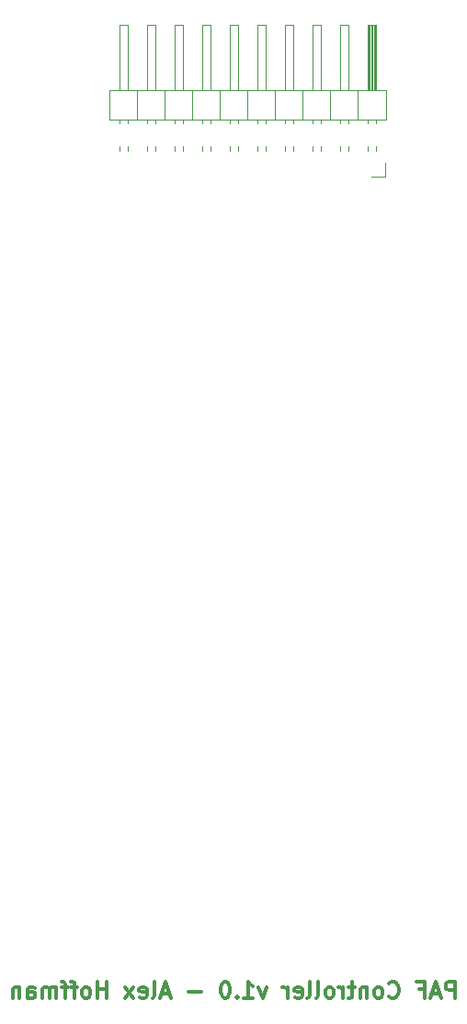
<source format=gbr>
%TF.GenerationSoftware,KiCad,Pcbnew,5.1.6*%
%TF.CreationDate,2020-08-26T17:45:01+02:00*%
%TF.ProjectId,PAF_controller,5041465f-636f-46e7-9472-6f6c6c65722e,rev?*%
%TF.SameCoordinates,Original*%
%TF.FileFunction,Legend,Bot*%
%TF.FilePolarity,Positive*%
%FSLAX46Y46*%
G04 Gerber Fmt 4.6, Leading zero omitted, Abs format (unit mm)*
G04 Created by KiCad (PCBNEW 5.1.6) date 2020-08-26 17:45:01*
%MOMM*%
%LPD*%
G01*
G04 APERTURE LIST*
%ADD10C,0.300000*%
%ADD11C,0.120000*%
G04 APERTURE END LIST*
D10*
X149897142Y-134028571D02*
X149897142Y-132528571D01*
X149325714Y-132528571D01*
X149182857Y-132600000D01*
X149111428Y-132671428D01*
X149040000Y-132814285D01*
X149040000Y-133028571D01*
X149111428Y-133171428D01*
X149182857Y-133242857D01*
X149325714Y-133314285D01*
X149897142Y-133314285D01*
X148468571Y-133600000D02*
X147754285Y-133600000D01*
X148611428Y-134028571D02*
X148111428Y-132528571D01*
X147611428Y-134028571D01*
X146611428Y-133242857D02*
X147111428Y-133242857D01*
X147111428Y-134028571D02*
X147111428Y-132528571D01*
X146397142Y-132528571D01*
X143825714Y-133885714D02*
X143897142Y-133957142D01*
X144111428Y-134028571D01*
X144254285Y-134028571D01*
X144468571Y-133957142D01*
X144611428Y-133814285D01*
X144682857Y-133671428D01*
X144754285Y-133385714D01*
X144754285Y-133171428D01*
X144682857Y-132885714D01*
X144611428Y-132742857D01*
X144468571Y-132600000D01*
X144254285Y-132528571D01*
X144111428Y-132528571D01*
X143897142Y-132600000D01*
X143825714Y-132671428D01*
X142968571Y-134028571D02*
X143111428Y-133957142D01*
X143182857Y-133885714D01*
X143254285Y-133742857D01*
X143254285Y-133314285D01*
X143182857Y-133171428D01*
X143111428Y-133100000D01*
X142968571Y-133028571D01*
X142754285Y-133028571D01*
X142611428Y-133100000D01*
X142540000Y-133171428D01*
X142468571Y-133314285D01*
X142468571Y-133742857D01*
X142540000Y-133885714D01*
X142611428Y-133957142D01*
X142754285Y-134028571D01*
X142968571Y-134028571D01*
X141825714Y-133028571D02*
X141825714Y-134028571D01*
X141825714Y-133171428D02*
X141754285Y-133100000D01*
X141611428Y-133028571D01*
X141397142Y-133028571D01*
X141254285Y-133100000D01*
X141182857Y-133242857D01*
X141182857Y-134028571D01*
X140682857Y-133028571D02*
X140111428Y-133028571D01*
X140468571Y-132528571D02*
X140468571Y-133814285D01*
X140397142Y-133957142D01*
X140254285Y-134028571D01*
X140111428Y-134028571D01*
X139611428Y-134028571D02*
X139611428Y-133028571D01*
X139611428Y-133314285D02*
X139540000Y-133171428D01*
X139468571Y-133100000D01*
X139325714Y-133028571D01*
X139182857Y-133028571D01*
X138468571Y-134028571D02*
X138611428Y-133957142D01*
X138682857Y-133885714D01*
X138754285Y-133742857D01*
X138754285Y-133314285D01*
X138682857Y-133171428D01*
X138611428Y-133100000D01*
X138468571Y-133028571D01*
X138254285Y-133028571D01*
X138111428Y-133100000D01*
X138040000Y-133171428D01*
X137968571Y-133314285D01*
X137968571Y-133742857D01*
X138040000Y-133885714D01*
X138111428Y-133957142D01*
X138254285Y-134028571D01*
X138468571Y-134028571D01*
X137111428Y-134028571D02*
X137254285Y-133957142D01*
X137325714Y-133814285D01*
X137325714Y-132528571D01*
X136325714Y-134028571D02*
X136468571Y-133957142D01*
X136540000Y-133814285D01*
X136540000Y-132528571D01*
X135182857Y-133957142D02*
X135325714Y-134028571D01*
X135611428Y-134028571D01*
X135754285Y-133957142D01*
X135825714Y-133814285D01*
X135825714Y-133242857D01*
X135754285Y-133100000D01*
X135611428Y-133028571D01*
X135325714Y-133028571D01*
X135182857Y-133100000D01*
X135111428Y-133242857D01*
X135111428Y-133385714D01*
X135825714Y-133528571D01*
X134468571Y-134028571D02*
X134468571Y-133028571D01*
X134468571Y-133314285D02*
X134397142Y-133171428D01*
X134325714Y-133100000D01*
X134182857Y-133028571D01*
X134040000Y-133028571D01*
X132540000Y-133028571D02*
X132182857Y-134028571D01*
X131825714Y-133028571D01*
X130468571Y-134028571D02*
X131325714Y-134028571D01*
X130897142Y-134028571D02*
X130897142Y-132528571D01*
X131040000Y-132742857D01*
X131182857Y-132885714D01*
X131325714Y-132957142D01*
X129825714Y-133885714D02*
X129754285Y-133957142D01*
X129825714Y-134028571D01*
X129897142Y-133957142D01*
X129825714Y-133885714D01*
X129825714Y-134028571D01*
X128825714Y-132528571D02*
X128682857Y-132528571D01*
X128540000Y-132600000D01*
X128468571Y-132671428D01*
X128397142Y-132814285D01*
X128325714Y-133100000D01*
X128325714Y-133457142D01*
X128397142Y-133742857D01*
X128468571Y-133885714D01*
X128540000Y-133957142D01*
X128682857Y-134028571D01*
X128825714Y-134028571D01*
X128968571Y-133957142D01*
X129040000Y-133885714D01*
X129111428Y-133742857D01*
X129182857Y-133457142D01*
X129182857Y-133100000D01*
X129111428Y-132814285D01*
X129040000Y-132671428D01*
X128968571Y-132600000D01*
X128825714Y-132528571D01*
X126540000Y-133457142D02*
X125397142Y-133457142D01*
X123611428Y-133600000D02*
X122897142Y-133600000D01*
X123754285Y-134028571D02*
X123254285Y-132528571D01*
X122754285Y-134028571D01*
X122040000Y-134028571D02*
X122182857Y-133957142D01*
X122254285Y-133814285D01*
X122254285Y-132528571D01*
X120897142Y-133957142D02*
X121040000Y-134028571D01*
X121325714Y-134028571D01*
X121468571Y-133957142D01*
X121540000Y-133814285D01*
X121540000Y-133242857D01*
X121468571Y-133100000D01*
X121325714Y-133028571D01*
X121040000Y-133028571D01*
X120897142Y-133100000D01*
X120825714Y-133242857D01*
X120825714Y-133385714D01*
X121540000Y-133528571D01*
X120325714Y-134028571D02*
X119540000Y-133028571D01*
X120325714Y-133028571D02*
X119540000Y-134028571D01*
X117825714Y-134028571D02*
X117825714Y-132528571D01*
X117825714Y-133242857D02*
X116968571Y-133242857D01*
X116968571Y-134028571D02*
X116968571Y-132528571D01*
X116040000Y-134028571D02*
X116182857Y-133957142D01*
X116254285Y-133885714D01*
X116325714Y-133742857D01*
X116325714Y-133314285D01*
X116254285Y-133171428D01*
X116182857Y-133100000D01*
X116040000Y-133028571D01*
X115825714Y-133028571D01*
X115682857Y-133100000D01*
X115611428Y-133171428D01*
X115540000Y-133314285D01*
X115540000Y-133742857D01*
X115611428Y-133885714D01*
X115682857Y-133957142D01*
X115825714Y-134028571D01*
X116040000Y-134028571D01*
X115111428Y-133028571D02*
X114540000Y-133028571D01*
X114897142Y-134028571D02*
X114897142Y-132742857D01*
X114825714Y-132600000D01*
X114682857Y-132528571D01*
X114540000Y-132528571D01*
X114254285Y-133028571D02*
X113682857Y-133028571D01*
X114040000Y-134028571D02*
X114040000Y-132742857D01*
X113968571Y-132600000D01*
X113825714Y-132528571D01*
X113682857Y-132528571D01*
X113182857Y-134028571D02*
X113182857Y-133028571D01*
X113182857Y-133171428D02*
X113111428Y-133100000D01*
X112968571Y-133028571D01*
X112754285Y-133028571D01*
X112611428Y-133100000D01*
X112540000Y-133242857D01*
X112540000Y-134028571D01*
X112540000Y-133242857D02*
X112468571Y-133100000D01*
X112325714Y-133028571D01*
X112111428Y-133028571D01*
X111968571Y-133100000D01*
X111897142Y-133242857D01*
X111897142Y-134028571D01*
X110540000Y-134028571D02*
X110540000Y-133242857D01*
X110611428Y-133100000D01*
X110754285Y-133028571D01*
X111040000Y-133028571D01*
X111182857Y-133100000D01*
X110540000Y-133957142D02*
X110682857Y-134028571D01*
X111040000Y-134028571D01*
X111182857Y-133957142D01*
X111254285Y-133814285D01*
X111254285Y-133671428D01*
X111182857Y-133528571D01*
X111040000Y-133457142D01*
X110682857Y-133457142D01*
X110540000Y-133385714D01*
X109825714Y-133028571D02*
X109825714Y-134028571D01*
X109825714Y-133171428D02*
X109754285Y-133100000D01*
X109611428Y-133028571D01*
X109397142Y-133028571D01*
X109254285Y-133100000D01*
X109182857Y-133242857D01*
X109182857Y-134028571D01*
D11*
%TO.C,J2*%
X143570000Y-53170000D02*
X118050000Y-53170000D01*
X118050000Y-53170000D02*
X118050000Y-50510000D01*
X118050000Y-50510000D02*
X143570000Y-50510000D01*
X143570000Y-50510000D02*
X143570000Y-53170000D01*
X142620000Y-50510000D02*
X142620000Y-44510000D01*
X142620000Y-44510000D02*
X141860000Y-44510000D01*
X141860000Y-44510000D02*
X141860000Y-50510000D01*
X142560000Y-50510000D02*
X142560000Y-44510000D01*
X142440000Y-50510000D02*
X142440000Y-44510000D01*
X142320000Y-50510000D02*
X142320000Y-44510000D01*
X142200000Y-50510000D02*
X142200000Y-44510000D01*
X142080000Y-50510000D02*
X142080000Y-44510000D01*
X141960000Y-50510000D02*
X141960000Y-44510000D01*
X142620000Y-53567071D02*
X142620000Y-53170000D01*
X141860000Y-53567071D02*
X141860000Y-53170000D01*
X142620000Y-56040000D02*
X142620000Y-55652929D01*
X141860000Y-56040000D02*
X141860000Y-55652929D01*
X140970000Y-53170000D02*
X140970000Y-50510000D01*
X140080000Y-50510000D02*
X140080000Y-44510000D01*
X140080000Y-44510000D02*
X139320000Y-44510000D01*
X139320000Y-44510000D02*
X139320000Y-50510000D01*
X140080000Y-53567071D02*
X140080000Y-53170000D01*
X139320000Y-53567071D02*
X139320000Y-53170000D01*
X140080000Y-56107071D02*
X140080000Y-55652929D01*
X139320000Y-56107071D02*
X139320000Y-55652929D01*
X138430000Y-53170000D02*
X138430000Y-50510000D01*
X137540000Y-50510000D02*
X137540000Y-44510000D01*
X137540000Y-44510000D02*
X136780000Y-44510000D01*
X136780000Y-44510000D02*
X136780000Y-50510000D01*
X137540000Y-53567071D02*
X137540000Y-53170000D01*
X136780000Y-53567071D02*
X136780000Y-53170000D01*
X137540000Y-56107071D02*
X137540000Y-55652929D01*
X136780000Y-56107071D02*
X136780000Y-55652929D01*
X135890000Y-53170000D02*
X135890000Y-50510000D01*
X135000000Y-50510000D02*
X135000000Y-44510000D01*
X135000000Y-44510000D02*
X134240000Y-44510000D01*
X134240000Y-44510000D02*
X134240000Y-50510000D01*
X135000000Y-53567071D02*
X135000000Y-53170000D01*
X134240000Y-53567071D02*
X134240000Y-53170000D01*
X135000000Y-56107071D02*
X135000000Y-55652929D01*
X134240000Y-56107071D02*
X134240000Y-55652929D01*
X133350000Y-53170000D02*
X133350000Y-50510000D01*
X132460000Y-50510000D02*
X132460000Y-44510000D01*
X132460000Y-44510000D02*
X131700000Y-44510000D01*
X131700000Y-44510000D02*
X131700000Y-50510000D01*
X132460000Y-53567071D02*
X132460000Y-53170000D01*
X131700000Y-53567071D02*
X131700000Y-53170000D01*
X132460000Y-56107071D02*
X132460000Y-55652929D01*
X131700000Y-56107071D02*
X131700000Y-55652929D01*
X130810000Y-53170000D02*
X130810000Y-50510000D01*
X129920000Y-50510000D02*
X129920000Y-44510000D01*
X129920000Y-44510000D02*
X129160000Y-44510000D01*
X129160000Y-44510000D02*
X129160000Y-50510000D01*
X129920000Y-53567071D02*
X129920000Y-53170000D01*
X129160000Y-53567071D02*
X129160000Y-53170000D01*
X129920000Y-56107071D02*
X129920000Y-55652929D01*
X129160000Y-56107071D02*
X129160000Y-55652929D01*
X128270000Y-53170000D02*
X128270000Y-50510000D01*
X127380000Y-50510000D02*
X127380000Y-44510000D01*
X127380000Y-44510000D02*
X126620000Y-44510000D01*
X126620000Y-44510000D02*
X126620000Y-50510000D01*
X127380000Y-53567071D02*
X127380000Y-53170000D01*
X126620000Y-53567071D02*
X126620000Y-53170000D01*
X127380000Y-56107071D02*
X127380000Y-55652929D01*
X126620000Y-56107071D02*
X126620000Y-55652929D01*
X125730000Y-53170000D02*
X125730000Y-50510000D01*
X124840000Y-50510000D02*
X124840000Y-44510000D01*
X124840000Y-44510000D02*
X124080000Y-44510000D01*
X124080000Y-44510000D02*
X124080000Y-50510000D01*
X124840000Y-53567071D02*
X124840000Y-53170000D01*
X124080000Y-53567071D02*
X124080000Y-53170000D01*
X124840000Y-56107071D02*
X124840000Y-55652929D01*
X124080000Y-56107071D02*
X124080000Y-55652929D01*
X123190000Y-53170000D02*
X123190000Y-50510000D01*
X122300000Y-50510000D02*
X122300000Y-44510000D01*
X122300000Y-44510000D02*
X121540000Y-44510000D01*
X121540000Y-44510000D02*
X121540000Y-50510000D01*
X122300000Y-53567071D02*
X122300000Y-53170000D01*
X121540000Y-53567071D02*
X121540000Y-53170000D01*
X122300000Y-56107071D02*
X122300000Y-55652929D01*
X121540000Y-56107071D02*
X121540000Y-55652929D01*
X120650000Y-53170000D02*
X120650000Y-50510000D01*
X119760000Y-50510000D02*
X119760000Y-44510000D01*
X119760000Y-44510000D02*
X119000000Y-44510000D01*
X119000000Y-44510000D02*
X119000000Y-50510000D01*
X119760000Y-53567071D02*
X119760000Y-53170000D01*
X119000000Y-53567071D02*
X119000000Y-53170000D01*
X119760000Y-56107071D02*
X119760000Y-55652929D01*
X119000000Y-56107071D02*
X119000000Y-55652929D01*
X142240000Y-58420000D02*
X143510000Y-58420000D01*
X143510000Y-58420000D02*
X143510000Y-57150000D01*
%TD*%
M02*

</source>
